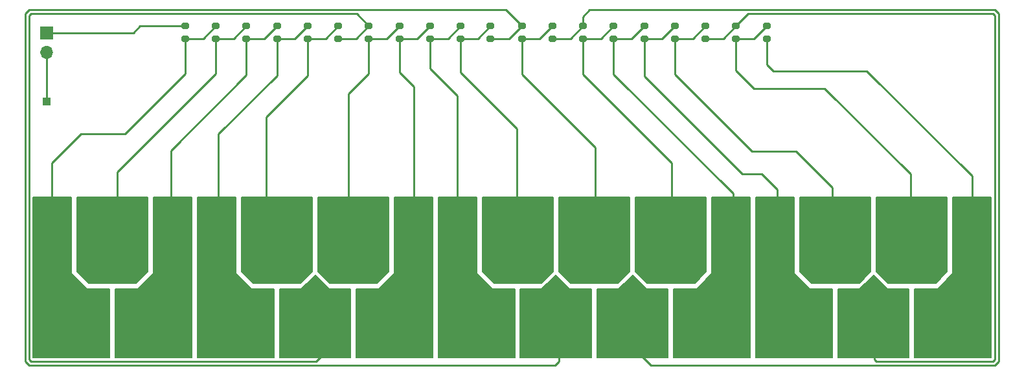
<source format=gbr>
%TF.GenerationSoftware,KiCad,Pcbnew,(6.0.10)*%
%TF.CreationDate,2023-01-16T00:42:16+03:00*%
%TF.ProjectId,stylo,7374796c-6f2e-46b6-9963-61645f706362,rev?*%
%TF.SameCoordinates,Original*%
%TF.FileFunction,Copper,L1,Top*%
%TF.FilePolarity,Positive*%
%FSLAX46Y46*%
G04 Gerber Fmt 4.6, Leading zero omitted, Abs format (unit mm)*
G04 Created by KiCad (PCBNEW (6.0.10)) date 2023-01-16 00:42:16*
%MOMM*%
%LPD*%
G01*
G04 APERTURE LIST*
G04 Aperture macros list*
%AMRoundRect*
0 Rectangle with rounded corners*
0 $1 Rounding radius*
0 $2 $3 $4 $5 $6 $7 $8 $9 X,Y pos of 4 corners*
0 Add a 4 corners polygon primitive as box body*
4,1,4,$2,$3,$4,$5,$6,$7,$8,$9,$2,$3,0*
0 Add four circle primitives for the rounded corners*
1,1,$1+$1,$2,$3*
1,1,$1+$1,$4,$5*
1,1,$1+$1,$6,$7*
1,1,$1+$1,$8,$9*
0 Add four rect primitives between the rounded corners*
20,1,$1+$1,$2,$3,$4,$5,0*
20,1,$1+$1,$4,$5,$6,$7,0*
20,1,$1+$1,$6,$7,$8,$9,0*
20,1,$1+$1,$8,$9,$2,$3,0*%
G04 Aperture macros list end*
%TA.AperFunction,EtchedComponent*%
%ADD10C,0.200000*%
%TD*%
%TA.AperFunction,EtchedComponent*%
%ADD11C,0.100000*%
%TD*%
%TA.AperFunction,ComponentPad*%
%ADD12R,1.000000X1.000000*%
%TD*%
%TA.AperFunction,SMDPad,CuDef*%
%ADD13RoundRect,0.200000X0.275000X-0.200000X0.275000X0.200000X-0.275000X0.200000X-0.275000X-0.200000X0*%
%TD*%
%TA.AperFunction,ComponentPad*%
%ADD14R,1.700000X1.700000*%
%TD*%
%TA.AperFunction,ComponentPad*%
%ADD15O,1.700000X1.700000*%
%TD*%
%TA.AperFunction,Conductor*%
%ADD16C,0.250000*%
%TD*%
G04 APERTURE END LIST*
%TO.C,TP6*%
G36*
X129971059Y-113000000D02*
G01*
X132771059Y-113000000D01*
X132771059Y-122000000D01*
X123521059Y-122000000D01*
X123521059Y-113000000D01*
X126321059Y-113000000D01*
X128146059Y-111250000D01*
X129971059Y-113000000D01*
G37*
D10*
X129971059Y-113000000D02*
X132771059Y-113000000D01*
X132771059Y-122000000D01*
X123521059Y-122000000D01*
X123521059Y-113000000D01*
X126321059Y-113000000D01*
X128146059Y-111250000D01*
X129971059Y-113000000D01*
%TO.C,TP1*%
G36*
X96250000Y-111000000D02*
G01*
X98250000Y-113000000D01*
X101250000Y-113000000D01*
X101250000Y-122000000D01*
X91250000Y-122000000D01*
X91250000Y-101000000D01*
X96250000Y-101000000D01*
X96250000Y-111000000D01*
G37*
X96250000Y-111000000D02*
X98250000Y-113000000D01*
X101250000Y-113000000D01*
X101250000Y-122000000D01*
X91250000Y-122000000D01*
X91250000Y-101000000D01*
X96250000Y-101000000D01*
X96250000Y-111000000D01*
%TO.C,TP3*%
D11*
X112000000Y-122000000D02*
X102000000Y-122000000D01*
X102000000Y-113000000D01*
X105000000Y-113000000D01*
X107000000Y-111000000D01*
X107000000Y-101000000D01*
X112000000Y-101000000D01*
X112000000Y-122000000D01*
G36*
X112000000Y-122000000D02*
G01*
X102000000Y-122000000D01*
X102000000Y-113000000D01*
X105000000Y-113000000D01*
X107000000Y-111000000D01*
X107000000Y-101000000D01*
X112000000Y-101000000D01*
X112000000Y-122000000D01*
G37*
D10*
X112000000Y-122000000D02*
X102000000Y-122000000D01*
X102000000Y-113000000D01*
X105000000Y-113000000D01*
X107000000Y-111000000D01*
X107000000Y-101000000D01*
X112000000Y-101000000D01*
X112000000Y-122000000D01*
D11*
X112000000Y-122000000D02*
X102000000Y-122000000D01*
X102000000Y-113000000D01*
X105000000Y-113000000D01*
X107000000Y-111000000D01*
X107000000Y-101000000D01*
X112000000Y-101000000D01*
X112000000Y-122000000D01*
%TO.C,TP4*%
G36*
X117750000Y-111000000D02*
G01*
X119750000Y-113000000D01*
X122750000Y-113000000D01*
X122750000Y-122000000D01*
X112750000Y-122000000D01*
X112750000Y-101000000D01*
X117750000Y-101000000D01*
X117750000Y-111000000D01*
G37*
D10*
X117750000Y-111000000D02*
X119750000Y-113000000D01*
X122750000Y-113000000D01*
X122750000Y-122000000D01*
X112750000Y-122000000D01*
X112750000Y-101000000D01*
X117750000Y-101000000D01*
X117750000Y-111000000D01*
%TO.C,TP7*%
G36*
X137750000Y-110750000D02*
G01*
X136250000Y-112250000D01*
X130000000Y-112250000D01*
X128500000Y-110750000D01*
X128500000Y-101000000D01*
X137750000Y-101000000D01*
X137750000Y-110750000D01*
G37*
X137750000Y-110750000D02*
X136250000Y-112250000D01*
X130000000Y-112250000D01*
X128500000Y-110750000D01*
X128500000Y-101000000D01*
X137750000Y-101000000D01*
X137750000Y-110750000D01*
%TO.C,TP18*%
G36*
X202950000Y-113000000D02*
G01*
X205750000Y-113000000D01*
X205750000Y-122000000D01*
X196500000Y-122000000D01*
X196500000Y-113000000D01*
X199300000Y-113000000D01*
X201125000Y-111250000D01*
X202950000Y-113000000D01*
G37*
X202950000Y-113000000D02*
X205750000Y-113000000D01*
X205750000Y-122000000D01*
X196500000Y-122000000D01*
X196500000Y-113000000D01*
X199300000Y-113000000D01*
X201125000Y-111250000D01*
X202950000Y-113000000D01*
%TO.C,TP13*%
G36*
X171450000Y-113000000D02*
G01*
X174250000Y-113000000D01*
X174250000Y-122000000D01*
X165000000Y-122000000D01*
X165000000Y-113000000D01*
X167800000Y-113000000D01*
X169625000Y-111250000D01*
X171450000Y-113000000D01*
G37*
X171450000Y-113000000D02*
X174250000Y-113000000D01*
X174250000Y-122000000D01*
X165000000Y-122000000D01*
X165000000Y-113000000D01*
X167800000Y-113000000D01*
X169625000Y-111250000D01*
X171450000Y-113000000D01*
%TO.C,TP11*%
G36*
X161397464Y-112996420D02*
G01*
X164197464Y-112996420D01*
X164197464Y-121996420D01*
X154947464Y-121996420D01*
X154947464Y-112996420D01*
X157747464Y-112996420D01*
X159572464Y-111246420D01*
X161397464Y-112996420D01*
G37*
X161397464Y-112996420D02*
X164197464Y-112996420D01*
X164197464Y-121996420D01*
X154947464Y-121996420D01*
X154947464Y-112996420D01*
X157747464Y-112996420D01*
X159572464Y-111246420D01*
X161397464Y-112996420D01*
%TO.C,TP20*%
D11*
X216500000Y-122000000D02*
X206500000Y-122000000D01*
X206500000Y-113000000D01*
X209500000Y-113000000D01*
X211500000Y-111000000D01*
X211500000Y-101000000D01*
X216500000Y-101000000D01*
X216500000Y-122000000D01*
G36*
X216500000Y-122000000D02*
G01*
X206500000Y-122000000D01*
X206500000Y-113000000D01*
X209500000Y-113000000D01*
X211500000Y-111000000D01*
X211500000Y-101000000D01*
X216500000Y-101000000D01*
X216500000Y-122000000D01*
G37*
D10*
X216500000Y-122000000D02*
X206500000Y-122000000D01*
X206500000Y-113000000D01*
X209500000Y-113000000D01*
X211500000Y-111000000D01*
X211500000Y-101000000D01*
X216500000Y-101000000D01*
X216500000Y-122000000D01*
D11*
X216500000Y-122000000D02*
X206500000Y-122000000D01*
X206500000Y-113000000D01*
X209500000Y-113000000D01*
X211500000Y-111000000D01*
X211500000Y-101000000D01*
X216500000Y-101000000D01*
X216500000Y-122000000D01*
%TO.C,TP15*%
X185000000Y-122000000D02*
X175000000Y-122000000D01*
X175000000Y-113000000D01*
X178000000Y-113000000D01*
X180000000Y-111000000D01*
X180000000Y-101000000D01*
X185000000Y-101000000D01*
X185000000Y-122000000D01*
G36*
X185000000Y-122000000D02*
G01*
X175000000Y-122000000D01*
X175000000Y-113000000D01*
X178000000Y-113000000D01*
X180000000Y-111000000D01*
X180000000Y-101000000D01*
X185000000Y-101000000D01*
X185000000Y-122000000D01*
G37*
D10*
X185000000Y-122000000D02*
X175000000Y-122000000D01*
X175000000Y-113000000D01*
X178000000Y-113000000D01*
X180000000Y-111000000D01*
X180000000Y-101000000D01*
X185000000Y-101000000D01*
X185000000Y-122000000D01*
D11*
X185000000Y-122000000D02*
X175000000Y-122000000D01*
X175000000Y-113000000D01*
X178000000Y-113000000D01*
X180000000Y-111000000D01*
X180000000Y-101000000D01*
X185000000Y-101000000D01*
X185000000Y-122000000D01*
%TO.C,TP8*%
X143500000Y-122000000D02*
X133500000Y-122000000D01*
X133500000Y-113000000D01*
X136500000Y-113000000D01*
X138500000Y-111000000D01*
X138500000Y-101000000D01*
X143500000Y-101000000D01*
X143500000Y-122000000D01*
G36*
X143500000Y-122000000D02*
G01*
X133500000Y-122000000D01*
X133500000Y-113000000D01*
X136500000Y-113000000D01*
X138500000Y-111000000D01*
X138500000Y-101000000D01*
X143500000Y-101000000D01*
X143500000Y-122000000D01*
G37*
D10*
X143500000Y-122000000D02*
X133500000Y-122000000D01*
X133500000Y-113000000D01*
X136500000Y-113000000D01*
X138500000Y-111000000D01*
X138500000Y-101000000D01*
X143500000Y-101000000D01*
X143500000Y-122000000D01*
D11*
X143500000Y-122000000D02*
X133500000Y-122000000D01*
X133500000Y-113000000D01*
X136500000Y-113000000D01*
X138500000Y-111000000D01*
X138500000Y-101000000D01*
X143500000Y-101000000D01*
X143500000Y-122000000D01*
%TO.C,TP19*%
G36*
X210750000Y-110750000D02*
G01*
X209250000Y-112250000D01*
X203000000Y-112250000D01*
X201500000Y-110750000D01*
X201500000Y-101000000D01*
X210750000Y-101000000D01*
X210750000Y-110750000D01*
G37*
D10*
X210750000Y-110750000D02*
X209250000Y-112250000D01*
X203000000Y-112250000D01*
X201500000Y-110750000D01*
X201500000Y-101000000D01*
X210750000Y-101000000D01*
X210750000Y-110750000D01*
%TO.C,TP17*%
G36*
X200750000Y-110750000D02*
G01*
X199250000Y-112250000D01*
X193000000Y-112250000D01*
X191500000Y-110750000D01*
X191500000Y-101000000D01*
X200750000Y-101000000D01*
X200750000Y-110750000D01*
G37*
X200750000Y-110750000D02*
X199250000Y-112250000D01*
X193000000Y-112250000D01*
X191500000Y-110750000D01*
X191500000Y-101000000D01*
X200750000Y-101000000D01*
X200750000Y-110750000D01*
%TO.C,TP14*%
G36*
X179250000Y-110750000D02*
G01*
X177750000Y-112250000D01*
X171500000Y-112250000D01*
X170000000Y-110750000D01*
X170000000Y-101000000D01*
X179250000Y-101000000D01*
X179250000Y-110750000D01*
G37*
X179250000Y-110750000D02*
X177750000Y-112250000D01*
X171500000Y-112250000D01*
X170000000Y-110750000D01*
X170000000Y-101000000D01*
X179250000Y-101000000D01*
X179250000Y-110750000D01*
%TO.C,TP12*%
G36*
X169250000Y-110750000D02*
G01*
X167750000Y-112250000D01*
X161500000Y-112250000D01*
X160000000Y-110750000D01*
X160000000Y-101000000D01*
X169250000Y-101000000D01*
X169250000Y-110750000D01*
G37*
X169250000Y-110750000D02*
X167750000Y-112250000D01*
X161500000Y-112250000D01*
X160000000Y-110750000D01*
X160000000Y-101000000D01*
X169250000Y-101000000D01*
X169250000Y-110750000D01*
%TO.C,TP10*%
G36*
X159250000Y-110750000D02*
G01*
X157750000Y-112250000D01*
X151500000Y-112250000D01*
X150000000Y-110750000D01*
X150000000Y-101000000D01*
X159250000Y-101000000D01*
X159250000Y-110750000D01*
G37*
X159250000Y-110750000D02*
X157750000Y-112250000D01*
X151500000Y-112250000D01*
X150000000Y-110750000D01*
X150000000Y-101000000D01*
X159250000Y-101000000D01*
X159250000Y-110750000D01*
%TO.C,TP5*%
G36*
X127750000Y-110750000D02*
G01*
X126250000Y-112250000D01*
X120000000Y-112250000D01*
X118500000Y-110750000D01*
X118500000Y-101000000D01*
X127750000Y-101000000D01*
X127750000Y-110750000D01*
G37*
X127750000Y-110750000D02*
X126250000Y-112250000D01*
X120000000Y-112250000D01*
X118500000Y-110750000D01*
X118500000Y-101000000D01*
X127750000Y-101000000D01*
X127750000Y-110750000D01*
%TO.C,TP2*%
G36*
X106250000Y-110750000D02*
G01*
X104750000Y-112250000D01*
X98500000Y-112250000D01*
X97000000Y-110750000D01*
X97000000Y-101000000D01*
X106250000Y-101000000D01*
X106250000Y-110750000D01*
G37*
X106250000Y-110750000D02*
X104750000Y-112250000D01*
X98500000Y-112250000D01*
X97000000Y-110750000D01*
X97000000Y-101000000D01*
X106250000Y-101000000D01*
X106250000Y-110750000D01*
%TO.C,TP16*%
G36*
X190750000Y-111000000D02*
G01*
X192750000Y-113000000D01*
X195750000Y-113000000D01*
X195750000Y-122000000D01*
X185750000Y-122000000D01*
X185750000Y-101000000D01*
X190750000Y-101000000D01*
X190750000Y-111000000D01*
G37*
X190750000Y-111000000D02*
X192750000Y-113000000D01*
X195750000Y-113000000D01*
X195750000Y-122000000D01*
X185750000Y-122000000D01*
X185750000Y-101000000D01*
X190750000Y-101000000D01*
X190750000Y-111000000D01*
%TO.C,TP9*%
G36*
X149250000Y-111000000D02*
G01*
X151250000Y-113000000D01*
X154250000Y-113000000D01*
X154250000Y-122000000D01*
X144250000Y-122000000D01*
X144250000Y-101000000D01*
X149250000Y-101000000D01*
X149250000Y-111000000D01*
G37*
X149250000Y-111000000D02*
X151250000Y-113000000D01*
X154250000Y-113000000D01*
X154250000Y-122000000D01*
X144250000Y-122000000D01*
X144250000Y-101000000D01*
X149250000Y-101000000D01*
X149250000Y-111000000D01*
%TD*%
D12*
%TO.P,TP21,1,1*%
%TO.N,Net-(TP21-Pad1)*%
X93000000Y-88500000D03*
%TD*%
D13*
%TO.P,R20,1*%
%TO.N,Net-(TP20-Pad1)*%
X187150000Y-80250000D03*
%TO.P,R20,2*%
%TO.N,Net-(TP19-Pad1)*%
X187150000Y-78600000D03*
%TD*%
%TO.P,R19,1*%
%TO.N,Net-(TP19-Pad1)*%
X183150000Y-80250000D03*
%TO.P,R19,2*%
%TO.N,Net-(TP18-Pad1)*%
X183150000Y-78600000D03*
%TD*%
%TO.P,R18,1*%
%TO.N,Net-(TP18-Pad1)*%
X179150000Y-80250000D03*
%TO.P,R18,2*%
%TO.N,Net-(TP17-Pad1)*%
X179150000Y-78600000D03*
%TD*%
%TO.P,R17,1*%
%TO.N,Net-(TP17-Pad1)*%
X175150000Y-80250000D03*
%TO.P,R17,2*%
%TO.N,Net-(TP16-Pad1)*%
X175150000Y-78600000D03*
%TD*%
%TO.P,R16,1*%
%TO.N,Net-(TP16-Pad1)*%
X171150000Y-80250000D03*
%TO.P,R16,2*%
%TO.N,Net-(TP15-Pad1)*%
X171150000Y-78600000D03*
%TD*%
%TO.P,R15,1*%
%TO.N,Net-(TP15-Pad1)*%
X167150000Y-80250000D03*
%TO.P,R15,2*%
%TO.N,Net-(TP14-Pad1)*%
X167150000Y-78600000D03*
%TD*%
%TO.P,R14,1*%
%TO.N,Net-(TP14-Pad1)*%
X163150000Y-80250000D03*
%TO.P,R14,2*%
%TO.N,Net-(TP13-Pad1)*%
X163150000Y-78600000D03*
%TD*%
%TO.P,R13,1*%
%TO.N,Net-(TP13-Pad1)*%
X159150000Y-80250000D03*
%TO.P,R13,2*%
%TO.N,Net-(TP12-Pad1)*%
X159150000Y-78600000D03*
%TD*%
%TO.P,R12,1*%
%TO.N,Net-(TP12-Pad1)*%
X155150000Y-80250000D03*
%TO.P,R12,2*%
%TO.N,Net-(TP11-Pad1)*%
X155150000Y-78600000D03*
%TD*%
%TO.P,R11,1*%
%TO.N,Net-(TP11-Pad1)*%
X151040000Y-80250000D03*
%TO.P,R11,2*%
%TO.N,Net-(TP10-Pad1)*%
X151040000Y-78600000D03*
%TD*%
%TO.P,R10,1*%
%TO.N,Net-(TP10-Pad1)*%
X147150000Y-80250000D03*
%TO.P,R10,2*%
%TO.N,Net-(TP9-Pad1)*%
X147150000Y-78600000D03*
%TD*%
%TO.P,R9,1*%
%TO.N,Net-(TP9-Pad1)*%
X143150000Y-80250000D03*
%TO.P,R9,2*%
%TO.N,Net-(TP8-Pad1)*%
X143150000Y-78600000D03*
%TD*%
%TO.P,R8,1*%
%TO.N,Net-(TP8-Pad1)*%
X139150000Y-80250000D03*
%TO.P,R8,2*%
%TO.N,Net-(TP7-Pad1)*%
X139150000Y-78600000D03*
%TD*%
%TO.P,R7,1*%
%TO.N,Net-(TP7-Pad1)*%
X135150000Y-80250000D03*
%TO.P,R7,2*%
%TO.N,Net-(TP6-Pad1)*%
X135150000Y-78600000D03*
%TD*%
%TO.P,R6,1*%
%TO.N,Net-(TP6-Pad1)*%
X131150000Y-80250000D03*
%TO.P,R6,2*%
%TO.N,Net-(TP5-Pad1)*%
X131150000Y-78600000D03*
%TD*%
%TO.P,R5,1*%
%TO.N,Net-(TP5-Pad1)*%
X127150000Y-80250000D03*
%TO.P,R5,2*%
%TO.N,Net-(TP4-Pad1)*%
X127150000Y-78600000D03*
%TD*%
%TO.P,R4,1*%
%TO.N,Net-(TP4-Pad1)*%
X123150000Y-80250000D03*
%TO.P,R4,2*%
%TO.N,Net-(TP3-Pad1)*%
X123150000Y-78600000D03*
%TD*%
%TO.P,R3,1*%
%TO.N,Net-(TP3-Pad1)*%
X119150000Y-80250000D03*
%TO.P,R3,2*%
%TO.N,Net-(TP2-Pad1)*%
X119150000Y-78600000D03*
%TD*%
%TO.P,R2,1*%
%TO.N,Net-(TP2-Pad1)*%
X115150000Y-80250000D03*
%TO.P,R2,2*%
%TO.N,Net-(TP1-Pad1)*%
X115150000Y-78600000D03*
%TD*%
%TO.P,R1,1*%
%TO.N,Net-(TP1-Pad1)*%
X111150000Y-80250000D03*
%TO.P,R1,2*%
%TO.N,Net-(R1-Pad2)*%
X111150000Y-78600000D03*
%TD*%
D14*
%TO.P,J1,1,Pin_1*%
%TO.N,Net-(R1-Pad2)*%
X93000000Y-79475000D03*
D15*
%TO.P,J1,2,Pin_2*%
%TO.N,Net-(TP21-Pad1)*%
X93000000Y-82015000D03*
%TD*%
D16*
%TO.N,Net-(TP17-Pad1)*%
X191000000Y-95000000D02*
X195750000Y-99750000D01*
X195750000Y-99750000D02*
X195750000Y-103250000D01*
X185250000Y-95000000D02*
X191000000Y-95000000D01*
X175150000Y-84900000D02*
X185250000Y-95000000D01*
X175150000Y-80250000D02*
X175150000Y-84900000D01*
%TO.N,Net-(TP13-Pad1)*%
X172000000Y-123000000D02*
X169750000Y-120750000D01*
X217000000Y-123000000D02*
X172000000Y-123000000D01*
X217500000Y-77000000D02*
X217500000Y-122500000D01*
X217000000Y-76500000D02*
X217500000Y-77000000D01*
X217500000Y-122500000D02*
X217000000Y-123000000D01*
X163150000Y-77350000D02*
X164000000Y-76500000D01*
X163150000Y-78600000D02*
X163150000Y-77350000D01*
X164000000Y-76500000D02*
X217000000Y-76500000D01*
%TO.N,Net-(TP18-Pad1)*%
X201500000Y-122500000D02*
X201250000Y-122250000D01*
X217000000Y-122250000D02*
X216750000Y-122500000D01*
X216750000Y-77000000D02*
X217000000Y-77250000D01*
X217000000Y-77250000D02*
X217000000Y-122250000D01*
X216750000Y-122500000D02*
X201500000Y-122500000D01*
X184750000Y-77000000D02*
X216750000Y-77000000D01*
X183150000Y-78600000D02*
X184750000Y-77000000D01*
X201250000Y-122250000D02*
X201250000Y-120750000D01*
%TO.N,Net-(TP11-Pad1)*%
X160000000Y-122500000D02*
X160000000Y-118000000D01*
X159500000Y-123000000D02*
X160000000Y-122500000D01*
X90250000Y-122500000D02*
X90750000Y-123000000D01*
X90250000Y-77000000D02*
X90250000Y-122500000D01*
X90750000Y-123000000D02*
X159500000Y-123000000D01*
X90750000Y-76500000D02*
X90250000Y-77000000D01*
X153050000Y-76500000D02*
X90750000Y-76500000D01*
X155150000Y-78600000D02*
X153050000Y-76500000D01*
%TO.N,Net-(TP6-Pad1)*%
X128250000Y-122500000D02*
X129500000Y-121250000D01*
X90750000Y-122250000D02*
X91000000Y-122500000D01*
X90750000Y-77250000D02*
X90750000Y-122250000D01*
X133550000Y-77000000D02*
X91000000Y-77000000D01*
X91000000Y-77000000D02*
X90750000Y-77250000D01*
X135150000Y-78600000D02*
X133550000Y-77000000D01*
X91000000Y-122500000D02*
X128250000Y-122500000D01*
%TO.N,Net-(TP2-Pad1)*%
X102250000Y-97750000D02*
X102250000Y-105750000D01*
X115150000Y-84850000D02*
X102250000Y-97750000D01*
X115150000Y-80250000D02*
X115150000Y-84850000D01*
%TO.N,Net-(TP1-Pad1)*%
X93750000Y-96500000D02*
X93750000Y-103000000D01*
X93750000Y-103000000D02*
X94000000Y-102750000D01*
X97500000Y-92750000D02*
X93750000Y-96500000D01*
X111150000Y-84850000D02*
X103250000Y-92750000D01*
X103250000Y-92750000D02*
X97500000Y-92750000D01*
X111150000Y-80250000D02*
X111150000Y-84850000D01*
%TO.N,Net-(TP3-Pad1)*%
X109250000Y-94875000D02*
X109250000Y-104250000D01*
X119150000Y-84975000D02*
X109250000Y-94875000D01*
X119150000Y-80250000D02*
X119150000Y-84975000D01*
%TO.N,Net-(R1-Pad2)*%
X104352217Y-79475000D02*
X105234629Y-78592588D01*
X93000000Y-79475000D02*
X104352217Y-79475000D01*
%TO.N,Net-(TP21-Pad1)*%
X93000000Y-88500000D02*
X93000000Y-82015000D01*
%TO.N,Net-(TP20-Pad1)*%
X214000000Y-98250000D02*
X214000000Y-102250000D01*
X200250000Y-84500000D02*
X214000000Y-98250000D01*
X188000000Y-84500000D02*
X200250000Y-84500000D01*
X187150000Y-83650000D02*
X188000000Y-84500000D01*
X187150000Y-80250000D02*
X187150000Y-83650000D01*
%TO.N,Net-(TP19-Pad1)*%
X194750000Y-86750000D02*
X206000000Y-98000000D01*
X206000000Y-98000000D02*
X206000000Y-102000000D01*
X185500000Y-86750000D02*
X194750000Y-86750000D01*
X183150000Y-84400000D02*
X185500000Y-86750000D01*
X183150000Y-80250000D02*
X183150000Y-84400000D01*
%TO.N,Net-(TP16-Pad1)*%
X188500000Y-100000000D02*
X188500000Y-102500000D01*
X186500000Y-98000000D02*
X188500000Y-100000000D01*
X184000000Y-98000000D02*
X186500000Y-98000000D01*
X171150000Y-85150000D02*
X184000000Y-98000000D01*
X171150000Y-80250000D02*
X171150000Y-85150000D01*
%TO.N,Net-(TP15-Pad1)*%
X167150000Y-84900000D02*
X182750000Y-100500000D01*
X182750000Y-100500000D02*
X182750000Y-102500000D01*
X167150000Y-80250000D02*
X167150000Y-84900000D01*
%TO.N,Net-(TP14-Pad1)*%
X174750000Y-96500000D02*
X174750000Y-102750000D01*
X163150000Y-84900000D02*
X174750000Y-96500000D01*
X163150000Y-80250000D02*
X163150000Y-84900000D01*
%TO.N,Net-(TP12-Pad1)*%
X155150000Y-84900000D02*
X164750000Y-94500000D01*
X164750000Y-94500000D02*
X164750000Y-102250000D01*
X155150000Y-80250000D02*
X155150000Y-84900000D01*
%TO.N,Net-(TP10-Pad1)*%
X154500000Y-92000000D02*
X154500000Y-102250000D01*
X147150000Y-84650000D02*
X154500000Y-92000000D01*
X147150000Y-80250000D02*
X147150000Y-84650000D01*
%TO.N,Net-(TP9-Pad1)*%
X146750000Y-87750000D02*
X146750000Y-101750000D01*
X143150000Y-80250000D02*
X143150000Y-84150000D01*
X143150000Y-84150000D02*
X146750000Y-87750000D01*
%TO.N,Net-(TP8-Pad1)*%
X141000000Y-86500000D02*
X141000000Y-102250000D01*
X139150000Y-84650000D02*
X141000000Y-86500000D01*
X139150000Y-80250000D02*
X139150000Y-84650000D01*
%TO.N,Net-(TP7-Pad1)*%
X132500000Y-87500000D02*
X132500000Y-102750000D01*
X135150000Y-80250000D02*
X135150000Y-84850000D01*
X135150000Y-84850000D02*
X132500000Y-87500000D01*
%TO.N,Net-(TP5-Pad1)*%
X122500000Y-104250000D02*
X122250000Y-104250000D01*
X121750000Y-90500000D02*
X121750000Y-103500000D01*
X127150000Y-85100000D02*
X121750000Y-90500000D01*
X127150000Y-80250000D02*
X127150000Y-85100000D01*
X121750000Y-103500000D02*
X122500000Y-104250000D01*
%TO.N,Net-(TP4-Pad1)*%
X115500000Y-92750000D02*
X115500000Y-103000000D01*
X123150000Y-85100000D02*
X115500000Y-92750000D01*
X123150000Y-80250000D02*
X123150000Y-85100000D01*
%TO.N,Net-(TP19-Pad1)*%
X185500000Y-80250000D02*
X187150000Y-78600000D01*
X183150000Y-80250000D02*
X185500000Y-80250000D01*
%TO.N,Net-(TP18-Pad1)*%
X181500000Y-80250000D02*
X183150000Y-78600000D01*
X179150000Y-80250000D02*
X181500000Y-80250000D01*
%TO.N,Net-(TP17-Pad1)*%
X177500000Y-80250000D02*
X179150000Y-78600000D01*
X175150000Y-80250000D02*
X177500000Y-80250000D01*
%TO.N,Net-(TP16-Pad1)*%
X171150000Y-80250000D02*
X173500000Y-80250000D01*
X173500000Y-80250000D02*
X175150000Y-78600000D01*
%TO.N,Net-(TP15-Pad1)*%
X169500000Y-80250000D02*
X171150000Y-78600000D01*
X167150000Y-80250000D02*
X169500000Y-80250000D01*
%TO.N,Net-(TP14-Pad1)*%
X165500000Y-80250000D02*
X167150000Y-78600000D01*
X163150000Y-80250000D02*
X165500000Y-80250000D01*
%TO.N,Net-(TP13-Pad1)*%
X161500000Y-80250000D02*
X163150000Y-78600000D01*
X159150000Y-80250000D02*
X161500000Y-80250000D01*
%TO.N,Net-(TP12-Pad1)*%
X157500000Y-80250000D02*
X159150000Y-78600000D01*
X155150000Y-80250000D02*
X157500000Y-80250000D01*
%TO.N,Net-(TP11-Pad1)*%
X153500000Y-80250000D02*
X155150000Y-78600000D01*
X151040000Y-80250000D02*
X153500000Y-80250000D01*
%TO.N,Net-(TP10-Pad1)*%
X149390000Y-80250000D02*
X151040000Y-78600000D01*
X147150000Y-80250000D02*
X149390000Y-80250000D01*
%TO.N,Net-(TP9-Pad1)*%
X145500000Y-80250000D02*
X147150000Y-78600000D01*
X143150000Y-80250000D02*
X145500000Y-80250000D01*
%TO.N,Net-(TP8-Pad1)*%
X141500000Y-80250000D02*
X143150000Y-78600000D01*
X139150000Y-80250000D02*
X141500000Y-80250000D01*
%TO.N,Net-(TP7-Pad1)*%
X135150000Y-80250000D02*
X137500000Y-80250000D01*
X137500000Y-80250000D02*
X139150000Y-78600000D01*
%TO.N,Net-(TP6-Pad1)*%
X133500000Y-80250000D02*
X135150000Y-78600000D01*
X131150000Y-80250000D02*
X133500000Y-80250000D01*
%TO.N,Net-(TP5-Pad1)*%
X129500000Y-80250000D02*
X131150000Y-78600000D01*
X127150000Y-80250000D02*
X129500000Y-80250000D01*
%TO.N,Net-(TP4-Pad1)*%
X125500000Y-80250000D02*
X127150000Y-78600000D01*
X123150000Y-80250000D02*
X125500000Y-80250000D01*
%TO.N,Net-(TP3-Pad1)*%
X121500000Y-80250000D02*
X123150000Y-78600000D01*
X119150000Y-80250000D02*
X121500000Y-80250000D01*
%TO.N,Net-(TP2-Pad1)*%
X117500000Y-80250000D02*
X119150000Y-78600000D01*
X115150000Y-80250000D02*
X117500000Y-80250000D01*
%TO.N,Net-(TP1-Pad1)*%
X113500000Y-80250000D02*
X115150000Y-78600000D01*
X111150000Y-80250000D02*
X113500000Y-80250000D01*
%TO.N,Net-(R1-Pad2)*%
X111142588Y-78592588D02*
X111150000Y-78600000D01*
X105234629Y-78592588D02*
X111142588Y-78592588D01*
%TD*%
M02*

</source>
